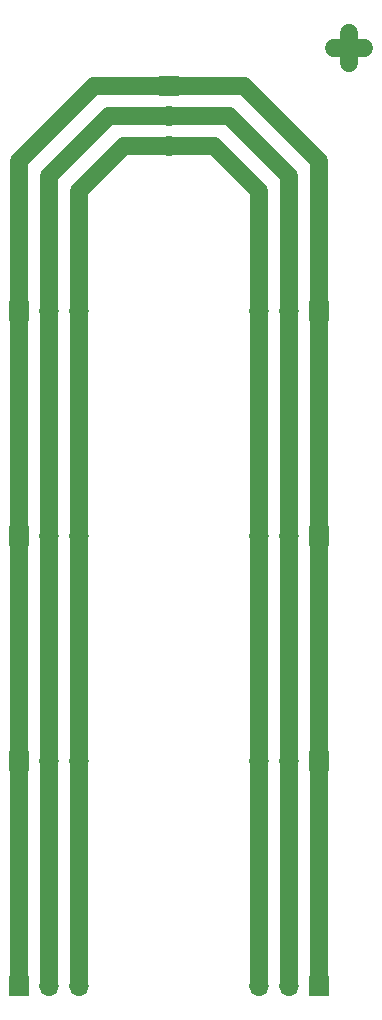
<source format=gbr>
%TF.GenerationSoftware,KiCad,Pcbnew,7.0.2*%
%TF.CreationDate,2023-06-03T15:00:15-04:00*%
%TF.ProjectId,Power distribution 3pin 1-to-8,506f7765-7220-4646-9973-747269627574,rev?*%
%TF.SameCoordinates,Original*%
%TF.FileFunction,Copper,L1,Top*%
%TF.FilePolarity,Positive*%
%FSLAX46Y46*%
G04 Gerber Fmt 4.6, Leading zero omitted, Abs format (unit mm)*
G04 Created by KiCad (PCBNEW 7.0.2) date 2023-06-03 15:00:15*
%MOMM*%
%LPD*%
G01*
G04 APERTURE LIST*
%TA.AperFunction,ComponentPad*%
%ADD10C,1.700000*%
%TD*%
%TA.AperFunction,ComponentPad*%
%ADD11R,1.700000X1.700000*%
%TD*%
%TA.AperFunction,ComponentPad*%
%ADD12O,1.700000X1.700000*%
%TD*%
%TA.AperFunction,Conductor*%
%ADD13C,1.500000*%
%TD*%
G04 APERTURE END LIST*
D10*
%TO.P,J10,1,Pin_1*%
%TO.N,registration*%
X76200000Y-44450000D03*
%TD*%
D11*
%TO.P,J9,1,Pin_1*%
%TO.N,Net-(J1-Pin_1)*%
X73660000Y-123825000D03*
D12*
%TO.P,J9,2,Pin_2*%
%TO.N,Net-(J1-Pin_2)*%
X71120000Y-123825000D03*
%TO.P,J9,3,Pin_3*%
%TO.N,Net-(J1-Pin_3)*%
X68580000Y-123825000D03*
%TD*%
D11*
%TO.P,J8,1,Pin_1*%
%TO.N,Net-(J1-Pin_1)*%
X73660000Y-104775000D03*
D12*
%TO.P,J8,2,Pin_2*%
%TO.N,Net-(J1-Pin_2)*%
X71120000Y-104775000D03*
%TO.P,J8,3,Pin_3*%
%TO.N,Net-(J1-Pin_3)*%
X68580000Y-104775000D03*
%TD*%
D11*
%TO.P,J7,1,Pin_1*%
%TO.N,Net-(J1-Pin_1)*%
X73660000Y-85725000D03*
D12*
%TO.P,J7,2,Pin_2*%
%TO.N,Net-(J1-Pin_2)*%
X71120000Y-85725000D03*
%TO.P,J7,3,Pin_3*%
%TO.N,Net-(J1-Pin_3)*%
X68580000Y-85725000D03*
%TD*%
D11*
%TO.P,J6,1,Pin_1*%
%TO.N,Net-(J1-Pin_1)*%
X73660000Y-66675000D03*
D12*
%TO.P,J6,2,Pin_2*%
%TO.N,Net-(J1-Pin_2)*%
X71120000Y-66675000D03*
%TO.P,J6,3,Pin_3*%
%TO.N,Net-(J1-Pin_3)*%
X68580000Y-66675000D03*
%TD*%
D11*
%TO.P,J5,1,Pin_1*%
%TO.N,Net-(J1-Pin_1)*%
X60960000Y-47625000D03*
D12*
%TO.P,J5,2,Pin_2*%
%TO.N,Net-(J1-Pin_2)*%
X60960000Y-50165000D03*
%TO.P,J5,3,Pin_3*%
%TO.N,Net-(J1-Pin_3)*%
X60960000Y-52705000D03*
%TD*%
D11*
%TO.P,J4,1,Pin_1*%
%TO.N,Net-(J1-Pin_1)*%
X48260000Y-66675000D03*
D12*
%TO.P,J4,2,Pin_2*%
%TO.N,Net-(J1-Pin_2)*%
X50800000Y-66675000D03*
%TO.P,J4,3,Pin_3*%
%TO.N,Net-(J1-Pin_3)*%
X53340000Y-66675000D03*
%TD*%
D11*
%TO.P,J3,1,Pin_1*%
%TO.N,Net-(J1-Pin_1)*%
X48260000Y-85725000D03*
D12*
%TO.P,J3,2,Pin_2*%
%TO.N,Net-(J1-Pin_2)*%
X50800000Y-85725000D03*
%TO.P,J3,3,Pin_3*%
%TO.N,Net-(J1-Pin_3)*%
X53340000Y-85725000D03*
%TD*%
D11*
%TO.P,J2,1,Pin_1*%
%TO.N,Net-(J1-Pin_1)*%
X48260000Y-104775000D03*
D12*
%TO.P,J2,2,Pin_2*%
%TO.N,Net-(J1-Pin_2)*%
X50800000Y-104775000D03*
%TO.P,J2,3,Pin_3*%
%TO.N,Net-(J1-Pin_3)*%
X53340000Y-104775000D03*
%TD*%
D11*
%TO.P,J1,1,Pin_1*%
%TO.N,Net-(J1-Pin_1)*%
X48260000Y-123825000D03*
D12*
%TO.P,J1,2,Pin_2*%
%TO.N,Net-(J1-Pin_2)*%
X50800000Y-123825000D03*
%TO.P,J1,3,Pin_3*%
%TO.N,Net-(J1-Pin_3)*%
X53340000Y-123825000D03*
%TD*%
D13*
%TO.N,registration*%
X76200000Y-44450000D02*
X74930000Y-44450000D01*
X76200000Y-44450000D02*
X77470000Y-44450000D01*
X76200000Y-44450000D02*
X76200000Y-45720000D01*
X76200000Y-44450000D02*
X76200000Y-43180000D01*
%TO.N,Net-(J1-Pin_1)*%
X67310000Y-47625000D02*
X60960000Y-47625000D01*
X73660000Y-53975000D02*
X67310000Y-47625000D01*
X73660000Y-66675000D02*
X73660000Y-53975000D01*
%TO.N,Net-(J1-Pin_2)*%
X66040000Y-50165000D02*
X60960000Y-50165000D01*
X71120000Y-55245000D02*
X66040000Y-50165000D01*
X71120000Y-66675000D02*
X71120000Y-55245000D01*
%TO.N,Net-(J1-Pin_3)*%
X64770000Y-52705000D02*
X60960000Y-52705000D01*
X68580000Y-56515000D02*
X64770000Y-52705000D01*
X68580000Y-66675000D02*
X68580000Y-56515000D01*
X57150000Y-52705000D02*
X60960000Y-52705000D01*
X53340000Y-56515000D02*
X57150000Y-52705000D01*
X53340000Y-66675000D02*
X53340000Y-56515000D01*
%TO.N,Net-(J1-Pin_2)*%
X50800000Y-55245000D02*
X55880000Y-50165000D01*
X55880000Y-50165000D02*
X60960000Y-50165000D01*
X50800000Y-66675000D02*
X50800000Y-55245000D01*
%TO.N,Net-(J1-Pin_3)*%
X68580000Y-85725000D02*
X68580000Y-66675000D01*
%TO.N,Net-(J1-Pin_2)*%
X71120000Y-85725000D02*
X71120000Y-66675000D01*
%TO.N,Net-(J1-Pin_1)*%
X73660000Y-85725000D02*
X73660000Y-66675000D01*
%TO.N,Net-(J1-Pin_3)*%
X68580000Y-104775000D02*
X68580000Y-85725000D01*
%TO.N,Net-(J1-Pin_2)*%
X71120000Y-85725000D02*
X71120000Y-104775000D01*
%TO.N,Net-(J1-Pin_1)*%
X73660000Y-104775000D02*
X73660000Y-85725000D01*
X73660000Y-123825000D02*
X73660000Y-104775000D01*
%TO.N,Net-(J1-Pin_2)*%
X71120000Y-123825000D02*
X71120000Y-104775000D01*
%TO.N,Net-(J1-Pin_3)*%
X68580000Y-123825000D02*
X68580000Y-104775000D01*
X53340000Y-85725000D02*
X53340000Y-66675000D01*
X53340000Y-104775000D02*
X53340000Y-85725000D01*
X53340000Y-123825000D02*
X53340000Y-104775000D01*
%TO.N,Net-(J1-Pin_2)*%
X50800000Y-85725000D02*
X50800000Y-66675000D01*
X50800000Y-104775000D02*
X50800000Y-85725000D01*
X50800000Y-123825000D02*
X50800000Y-104775000D01*
%TO.N,Net-(J1-Pin_1)*%
X48260000Y-53975000D02*
X54610000Y-47625000D01*
X48260000Y-66675000D02*
X48260000Y-53975000D01*
X54610000Y-47625000D02*
X60960000Y-47625000D01*
X48260000Y-85725000D02*
X48260000Y-66675000D01*
X48260000Y-104775000D02*
X48260000Y-85725000D01*
X48260000Y-123825000D02*
X48260000Y-104775000D01*
%TD*%
M02*

</source>
